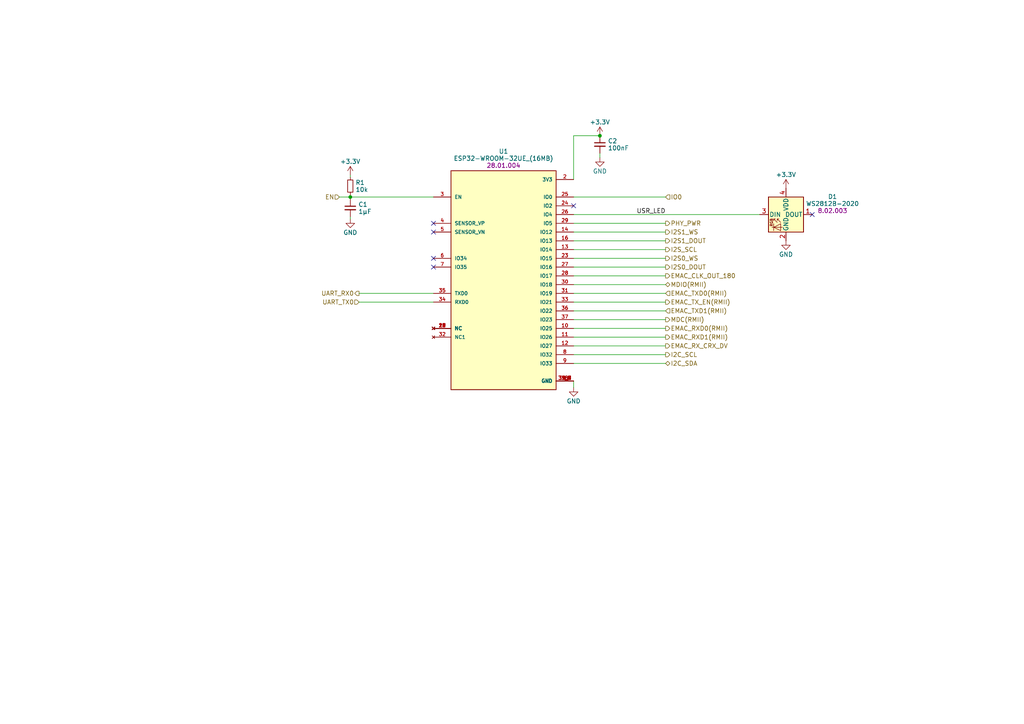
<source format=kicad_sch>
(kicad_sch (version 20230121) (generator eeschema)
  (paper "A4")
  (lib_symbols
    (symbol "Device:C_Small" (pin_numbers hide) (pin_names (offset 0.254) hide)
      (property "Reference" "C" (at 0.254 1.778 0))
      (property "Value" "C_Small" (at 0.254 -2.032 0))
      (symbol "C_Small_0_1"
        (polyline (pts (xy -1.524 -0.508) (xy 1.524 -0.508)) (stroke (width 0.3302)))
        (polyline (pts (xy -1.524 0.508) (xy 1.524 0.508)) (stroke (width 0.3048)))
      )
      (symbol "C_Small_1_1"
        (pin passive line (at 0 2.54 270) (length 2.032) (name "~") (number "1"))
        (pin passive line (at 0 -2.54 90) (length 2.032) (name "~") (number "2"))
      )
    )
    (symbol "Device:R_Small" (pin_numbers hide) (pin_names (offset 0.254) hide)
      (property "Reference" "R" (at 0.762 0.508 0))
      (property "Value" "R_Small" (at 0.762 -1.016 0))
      (symbol "R_Small_0_1"
        (rectangle (start -0.762 1.778) (end 0.762 -1.778) (stroke (width 0.2032)))
      )
      (symbol "R_Small_1_1"
        (pin passive line (at 0 2.54 270) (length 0.762) (name "~") (number "1"))
        (pin passive line (at 0 -2.54 90) (length 0.762) (name "~") (number "2"))
      )
    )
    (symbol "manul_tech:ESP32-WROOM-32UE_(16MB)" (pin_names (offset 1.016))
      (property "Reference" "U" (at -15.24 33.909 0))
      (property "Value" "ESP32-WROOM-32UE_(16MB)" (at -15.24 -33.02 0))
      (property "internalRef" "28.01.004" (at 0 34.925 0))
      (symbol "ESP32-WROOM-32UE_(16MB)_0_0"
        (rectangle (start -15.24 -30.48) (end 15.24 33.02) (stroke (width 0.254)) (fill (type background)))
        (pin power_in line (at 20.32 -27.94 180) (length 5.08) (name "GND") (number "1"))
        (pin bidirectional line (at 20.32 -12.7 180) (length 5.08) (name "IO25") (number "10"))
        (pin bidirectional line (at 20.32 -15.24 180) (length 5.08) (name "IO26") (number "11"))
        (pin bidirectional line (at 20.32 -17.78 180) (length 5.08) (name "IO27") (number "12"))
        (pin bidirectional line (at 20.32 10.16 180) (length 5.08) (name "IO14") (number "13"))
        (pin bidirectional line (at 20.32 15.24 180) (length 5.08) (name "IO12") (number "14"))
        (pin power_in line (at 20.32 -27.94 180) (length 5.08) (name "GND") (number "15"))
        (pin bidirectional line (at 20.32 12.7 180) (length 5.08) (name "IO13") (number "16"))
        (pin no_connect line (at -20.32 -12.7 0) (length 5.08) (name "NC") (number "17"))
        (pin no_connect line (at -20.32 -12.7 0) (length 5.08) (name "NC") (number "18"))
        (pin no_connect line (at -20.32 -12.7 0) (length 5.08) (name "NC") (number "19"))
        (pin power_in line (at 20.32 30.48 180) (length 5.08) (name "3V3") (number "2"))
        (pin no_connect line (at -20.32 -12.7 0) (length 5.08) (name "NC") (number "20"))
        (pin no_connect line (at -20.32 -12.7 0) (length 5.08) (name "NC") (number "21"))
        (pin no_connect line (at -20.32 -12.7 0) (length 5.08) (name "NC") (number "22"))
        (pin bidirectional line (at 20.32 7.62 180) (length 5.08) (name "IO15") (number "23"))
        (pin bidirectional line (at 20.32 22.86 180) (length 5.08) (name "IO2") (number "24"))
        (pin bidirectional line (at 20.32 25.4 180) (length 5.08) (name "IO0") (number "25"))
        (pin bidirectional line (at 20.32 20.32 180) (length 5.08) (name "IO4") (number "26"))
        (pin bidirectional line (at 20.32 5.08 180) (length 5.08) (name "IO16") (number "27"))
        (pin bidirectional line (at 20.32 2.54 180) (length 5.08) (name "IO17") (number "28"))
        (pin bidirectional line (at 20.32 17.78 180) (length 5.08) (name "IO5") (number "29"))
        (pin input line (at -20.32 25.4 0) (length 5.08) (name "EN") (number "3"))
        (pin bidirectional line (at 20.32 0 180) (length 5.08) (name "IO18") (number "30"))
        (pin bidirectional line (at 20.32 -2.54 180) (length 5.08) (name "IO19") (number "31"))
        (pin no_connect line (at -20.32 -15.24 0) (length 5.08) (name "NC1") (number "32"))
        (pin bidirectional line (at 20.32 -5.08 180) (length 5.08) (name "IO21") (number "33"))
        (pin bidirectional line (at -20.32 -5.08 0) (length 5.08) (name "RXD0") (number "34"))
        (pin bidirectional line (at -20.32 -2.54 0) (length 5.08) (name "TXD0") (number "35"))
        (pin bidirectional line (at 20.32 -7.62 180) (length 5.08) (name "IO22") (number "36"))
        (pin bidirectional line (at 20.32 -10.16 180) (length 5.08) (name "IO23") (number "37"))
        (pin power_in line (at 20.32 -27.94 180) (length 5.08) (name "GND") (number "38"))
        (pin power_in line (at 20.32 -27.94 180) (length 5.08) (name "GND") (number "39_1"))
        (pin power_in line (at 20.32 -27.94 180) (length 5.08) (name "GND") (number "39_2"))
        (pin power_in line (at 20.32 -27.94 180) (length 5.08) (name "GND") (number "39_3"))
        (pin power_in line (at 20.32 -27.94 180) (length 5.08) (name "GND") (number "39_4"))
        (pin power_in line (at 20.32 -27.94 180) (length 5.08) (name "GND") (number "39_5"))
        (pin power_in line (at 20.32 -27.94 180) (length 5.08) (name "GND") (number "39_6"))
        (pin power_in line (at 20.32 -27.94 180) (length 5.08) (name "GND") (number "39_7"))
        (pin power_in line (at 20.32 -27.94 180) (length 5.08) (name "GND") (number "39_8"))
        (pin power_in line (at 20.32 -27.94 180) (length 5.08) (name "GND") (number "39_9"))
        (pin input line (at -20.32 17.78 0) (length 5.08) (name "SENSOR_VP") (number "4"))
        (pin input line (at -20.32 15.24 0) (length 5.08) (name "SENSOR_VN") (number "5"))
        (pin input line (at -20.32 7.62 0) (length 5.08) (name "IO34") (number "6"))
        (pin input line (at -20.32 5.08 0) (length 5.08) (name "IO35") (number "7"))
        (pin bidirectional line (at 20.32 -20.32 180) (length 5.08) (name "IO32") (number "8"))
        (pin bidirectional line (at 20.32 -22.86 180) (length 5.08) (name "IO33") (number "9"))
      )
    )
    (symbol "manul_tech:WS2812B-2020" (pin_names (offset 0.254))
      (property "Reference" "D" (at 5.08 5.715 0))
      (property "Value" "WS2812B-2020" (at 5.08 -6.985 0))
      (property "internalRef" "8.02.003" (at 9.398 -11.43 0))
      (symbol "WS2812B-2020_0_0"
        (text "RGB" (at -4.191 -2.286 900) (effects (font (size 0.762 0.762))))
      )
      (symbol "WS2812B-2020_0_1"
        (polyline (pts (xy -3.556 -4.699) (xy -3.556 -2.667)))
        (polyline (pts (xy -3.556 -1.27) (xy -3.556 -1.778)))
        (polyline (pts (xy -2.54 -1.27) (xy -2.54 -1.778)))
        (polyline (pts (xy -2.54 -2.286) (xy -3.556 -1.27) (xy -3.048 -1.27)))
        (polyline (pts (xy -1.524 -2.286) (xy -2.54 -1.27) (xy -2.032 -1.27)))
        (polyline (pts (xy -1.016 -3.683) (xy -3.556 -3.683) (xy -4.064 -3.683)))
        (polyline (pts (xy -1.524 -4.699) (xy -1.524 -2.667) (xy -3.556 -3.683) (xy -1.524 -4.699)))
        (rectangle (start 5.08 -5.08) (end -5.08 5.08) (stroke (width 0.254)) (fill (type background)))
      )
      (symbol "WS2812B-2020_1_1"
        (pin power_in line (at 7.62 0 180) (length 2.54) (name "DOUT") (number "1"))
        (pin output line (at 0 -7.62 90) (length 2.54) (name "GND") (number "2"))
        (pin power_in line (at -7.62 0 0) (length 2.54) (name "DIN") (number "3"))
        (pin input line (at 0 7.62 270) (length 2.54) (name "VDD") (number "4"))
      )
    )
    (symbol "power:+3.3V" (power) (pin_names (offset 0))
      (property "Value" "+3.3V" (at 0 3.556 0))
      (symbol "+3.3V_0_1"
        (polyline (pts (xy -0.762 1.27) (xy 0 2.54)))
        (polyline (pts (xy 0 0) (xy 0 2.54)))
        (polyline (pts (xy 0 2.54) (xy 0.762 1.27)))
      )
      (symbol "+3.3V_1_1"
        (pin power_in line (at 0 0 90) (length 0) hide (name "+3.3V") (number "1"))
      )
    )
    (symbol "power:GND" (power) (pin_names (offset 0))
      (property "Value" "GND" (at 0 -3.81 0))
      (symbol "GND_0_1"
        (polyline (pts (xy 0 0) (xy 0 -1.27) (xy 1.27 -1.27) (xy 0 -2.54) (xy -1.27 -1.27) (xy 0 -1.27)))
      )
      (symbol "GND_1_1"
        (pin power_in line (at 0 0 270) (length 0) hide (name "GND") (number "1"))
      )
    )
  )
  (junction (at 173.99 39.37))
  (junction (at 101.6 57.15))
  (no_connect (at 125.73 77.47))
  (no_connect (at 125.73 74.93))
  (no_connect (at 235.585 62.23))
  (no_connect (at 125.73 64.77))
  (no_connect (at 166.37 59.69))
  (no_connect (at 125.73 67.31))
  (wire (pts (xy 166.37 80.01) (xy 193.04 80.01)))
  (wire (pts (xy 166.37 95.25) (xy 193.04 95.25)))
  (wire (pts (xy 101.6 50.8) (xy 101.6 51.435)))
  (wire (pts (xy 104.14 85.09) (xy 125.73 85.09)))
  (wire (pts (xy 166.37 74.93) (xy 193.04 74.93)))
  (wire (pts (xy 166.37 64.77) (xy 193.04 64.77)))
  (wire (pts (xy 101.6 62.865) (xy 101.6 63.5)))
  (wire (pts (xy 166.37 87.63) (xy 193.04 87.63)))
  (wire (pts (xy 166.37 62.23) (xy 220.345 62.23)))
  (wire (pts (xy 166.37 105.41) (xy 193.04 105.41)))
  (wire (pts (xy 101.6 57.15) (xy 125.73 57.15)))
  (wire (pts (xy 166.37 110.49) (xy 166.37 112.395)))
  (wire (pts (xy 166.37 92.71) (xy 193.04 92.71)))
  (wire (pts (xy 166.37 100.33) (xy 193.04 100.33)))
  (wire (pts (xy 166.37 82.55) (xy 193.04 82.55)))
  (wire (pts (xy 166.37 52.07) (xy 166.37 39.37)))
  (wire (pts (xy 173.99 44.45) (xy 173.99 45.72)))
  (wire (pts (xy 166.37 85.09) (xy 193.04 85.09)))
  (wire (pts (xy 166.37 67.31) (xy 193.04 67.31)))
  (wire (pts (xy 166.37 90.17) (xy 193.04 90.17)))
  (wire (pts (xy 101.6 57.15) (xy 101.6 57.785)))
  (wire (pts (xy 166.37 97.79) (xy 193.04 97.79)))
  (wire (pts (xy 166.37 77.47) (xy 193.04 77.47)))
  (wire (pts (xy 104.14 87.63) (xy 125.73 87.63)))
  (wire (pts (xy 166.37 39.37) (xy 173.99 39.37)))
  (wire (pts (xy 166.37 72.39) (xy 193.04 72.39)))
  (wire (pts (xy 98.425 57.15) (xy 101.6 57.15)))
  (wire (pts (xy 166.37 57.15) (xy 193.04 57.15)))
  (wire (pts (xy 166.37 69.85) (xy 193.04 69.85)))
  (wire (pts (xy 101.6 56.515) (xy 101.6 57.15)))
  (wire (pts (xy 166.37 102.87) (xy 193.04 102.87)))
  (label "USR_LED" (at 193.04 62.23 180))
  (hierarchical_label "MDC(RMII)" (shape output) (at 193.04 92.71 0))
  (hierarchical_label "I2S_SCL" (shape output) (at 193.04 72.39 0))
  (hierarchical_label "EMAC_RXD1(RMII)" (shape output) (at 193.04 97.79 0))
  (hierarchical_label "UART_TX0" (shape input) (at 104.14 87.63 180))
  (hierarchical_label "IO0" (shape input) (at 193.04 57.15 0))
  (hierarchical_label "I2S0_WS" (shape output) (at 193.04 74.93 0))
  (hierarchical_label "EMAC_TXD1(RMII)" (shape input) (at 193.04 90.17 0))
  (hierarchical_label "PHY_PWR" (shape output) (at 193.04 64.77 0))
  (hierarchical_label "I2S0_DOUT" (shape output) (at 193.04 77.47 0))
  (hierarchical_label "EN" (shape input) (at 98.425 57.15 180))
  (hierarchical_label "EMAC_RXD0(RMII)" (shape output) (at 193.04 95.25 0))
  (hierarchical_label "UART_RX0" (shape output) (at 104.14 85.09 180))
  (hierarchical_label "I2C_SDA" (shape bidirectional) (at 193.04 105.41 0))
  (hierarchical_label "MDIO(RMII)" (shape bidirectional) (at 193.04 82.55 0))
  (hierarchical_label "I2C_SCL" (shape output) (at 193.04 102.87 0))
  (hierarchical_label "I2S1_WS" (shape output) (at 193.04 67.31 0))
  (hierarchical_label "EMAC_CLK_OUT_180" (shape output) (at 193.04 80.01 0))
  (hierarchical_label "EMAC_TXD0(RMII)" (shape input) (at 193.04 85.09 0))
  (hierarchical_label "I2S1_DOUT" (shape output) (at 193.04 69.85 0))
  (hierarchical_label "EMAC_TX_EN(RMII)" (shape output) (at 193.04 87.63 0))
  (hierarchical_label "EMAC_RX_CRX_DV" (shape output) (at 193.04 100.33 0))
  (symbol (lib_id "power:GND") (at 173.99 45.72 0) (unit 1)
    (property "Reference" "#PWR04" (effects hide))
    (property "Value" "GND" (at 173.99 49.665 0))
  )
  (symbol (lib_id "power:+3.3V") (at 101.6 50.8 0) (unit 1)
    (property "Reference" "#PWR05" (effects hide))
    (property "Value" "+3.3V" (at 101.6 46.855 0))
  )
  (symbol (lib_id "Device:C_Small") (at 173.99 41.91 0) (mirror y) (unit 1)
    (property "Reference" "C2" (at 176.3141 40.8923 0) (effects (justify right)))
    (property "Value" "100nF" (at 176.3141 42.9403 0) (effects (justify right)))
    (property "Footprint" "Capacitor_SMD:C_0402_1005Metric" (effects hide))
  )
  (symbol (lib_id "manul_tech:WS2812B-2020") (at 227.965 62.23 0) (unit 1)
    (property "Reference" "D1" (at 241.4681 57.0339 0))
    (property "Value" "WS2812B-2020" (at 241.4681 59.0819 0))
    (property "Footprint" "manul_tech:LED_WS2812C-2020" (effects hide))
    (property "internalRef" "8.02.003" (at 241.4681 61.1299 0))
  )
  (symbol (lib_id "power:GND") (at 227.965 69.85 0) (unit 1)
    (property "Reference" "#PWR07" (effects hide))
    (property "Value" "GND" (at 227.965 73.795 0))
  )
  (symbol (lib_id "Device:C_Small") (at 101.6 60.325 0) (mirror y) (unit 1)
    (property "Reference" "C1" (at 103.9241 59.3073 0) (effects (justify right)))
    (property "Value" "1µF" (at 103.9241 61.3553 0) (effects (justify right)))
    (property "Footprint" "Capacitor_SMD:C_0402_1005Metric" (effects hide))
  )
  (symbol (lib_id "power:+3.3V") (at 173.99 39.37 0) (unit 1)
    (property "Reference" "#PWR02" (effects hide))
    (property "Value" "+3.3V" (at 173.99 35.425 0))
  )
  (symbol (lib_id "power:GND") (at 101.6 63.5 0) (unit 1)
    (property "Reference" "#PWR01" (effects hide))
    (property "Value" "GND" (at 101.6 67.445 0))
  )
  (symbol (lib_id "manul_tech:ESP32-WROOM-32UE_(16MB)") (at 146.05 82.55 0) (unit 1)
    (property "Reference" "U1" (at 146.05 43.902 0))
    (property "Value" "ESP32-WROOM-32UE_(16MB)" (at 146.05 45.95 0))
    (property "Footprint" "manul_tech:XCVR_ESP32-WROOM-32UE_(16MB)" (effects hide))
    (property "MANUFACTURER" "Espressif Systems" (effects hide))
    (property "MAXIMUM_PACKAGE_HEIGHT" "3.25mm" (effects hide))
    (property "STANDARD" "Manufacturer Recommendations" (effects hide))
    (property "PARTREV" "1.4" (effects hide))
    (property "internalRef" "28.01.004" (at 146.05 47.998 0))
  )
  (symbol (lib_id "power:GND") (at 166.37 112.395 0) (unit 1)
    (property "Reference" "#PWR03" (effects hide))
    (property "Value" "GND" (at 166.37 116.34 0))
  )
  (symbol (lib_id "power:+3.3V") (at 227.965 54.61 0) (unit 1)
    (property "Reference" "#PWR06" (effects hide))
    (property "Value" "+3.3V" (at 227.965 50.665 0))
  )
  (symbol (lib_id "Device:R_Small") (at 101.6 53.975 0) (mirror y) (unit 1)
    (property "Reference" "R1" (at 103.0986 52.951 0) (effects (justify right)))
    (property "Value" "10k" (at 103.0986 54.999 0) (effects (justify right)))
    (property "Footprint" "Resistor_SMD:R_0402_1005Metric" (effects hide))
  )
)
</source>
